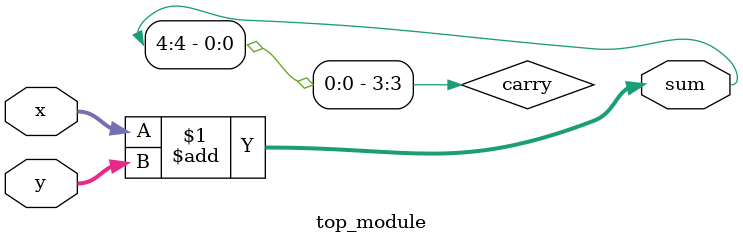
<source format=sv>
module top_module (
    input [3:0] x,
    input [3:0] y,
    output [4:0] sum
);

    wire [3:0] carry;

    assign {carry[3], sum[3:0]} = x + y;  // Perform 4-bit addition

    assign carry[0] = (x[0] & y[0]) | (carry[3] & (x[0] ^ y[0])); // Calculate the carry-out

    assign sum[4] = carry[3]; // Assign the carry-out to the overflow bit

endmodule

</source>
